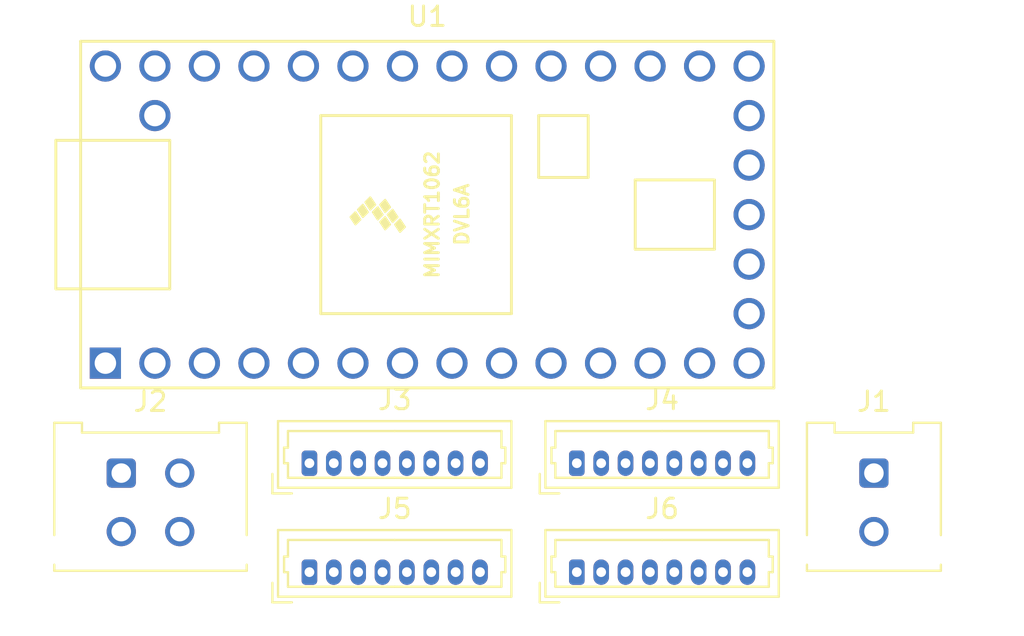
<source format=kicad_pcb>
(kicad_pcb (version 20171130) (host pcbnew "(5.1.6)-1")

  (general
    (thickness 1.6)
    (drawings 0)
    (tracks 0)
    (zones 0)
    (modules 7)
    (nets 73)
  )

  (page A4)
  (layers
    (0 F.Cu signal)
    (31 B.Cu signal)
    (32 B.Adhes user)
    (33 F.Adhes user)
    (34 B.Paste user)
    (35 F.Paste user)
    (36 B.SilkS user)
    (37 F.SilkS user)
    (38 B.Mask user)
    (39 F.Mask user)
    (40 Dwgs.User user)
    (41 Cmts.User user)
    (42 Eco1.User user)
    (43 Eco2.User user)
    (44 Edge.Cuts user)
    (45 Margin user)
    (46 B.CrtYd user)
    (47 F.CrtYd user)
    (48 B.Fab user)
    (49 F.Fab user)
  )

  (setup
    (last_trace_width 0.25)
    (trace_clearance 0.2)
    (zone_clearance 0.508)
    (zone_45_only no)
    (trace_min 0.2)
    (via_size 0.8)
    (via_drill 0.4)
    (via_min_size 0.4)
    (via_min_drill 0.3)
    (uvia_size 0.3)
    (uvia_drill 0.1)
    (uvias_allowed no)
    (uvia_min_size 0.2)
    (uvia_min_drill 0.1)
    (edge_width 0.05)
    (segment_width 0.2)
    (pcb_text_width 0.3)
    (pcb_text_size 1.5 1.5)
    (mod_edge_width 0.12)
    (mod_text_size 1 1)
    (mod_text_width 0.15)
    (pad_size 1.524 1.524)
    (pad_drill 0.762)
    (pad_to_mask_clearance 0.05)
    (aux_axis_origin 0 0)
    (visible_elements FFFFFF7F)
    (pcbplotparams
      (layerselection 0x010fc_ffffffff)
      (usegerberextensions false)
      (usegerberattributes true)
      (usegerberadvancedattributes true)
      (creategerberjobfile true)
      (excludeedgelayer true)
      (linewidth 0.100000)
      (plotframeref false)
      (viasonmask false)
      (mode 1)
      (useauxorigin false)
      (hpglpennumber 1)
      (hpglpenspeed 20)
      (hpglpendiameter 15.000000)
      (psnegative false)
      (psa4output false)
      (plotreference true)
      (plotvalue true)
      (plotinvisibletext false)
      (padsonsilk false)
      (subtractmaskfromsilk false)
      (outputformat 1)
      (mirror false)
      (drillshape 1)
      (scaleselection 1)
      (outputdirectory ""))
  )

  (net 0 "")
  (net 1 "Net-(J1-Pad1)")
  (net 2 "Net-(J1-Pad2)")
  (net 3 "Net-(J2-Pad1)")
  (net 4 "Net-(J2-Pad2)")
  (net 5 "Net-(J3-Pad1)")
  (net 6 "Net-(J3-Pad2)")
  (net 7 "Net-(J3-Pad3)")
  (net 8 "Net-(J3-Pad4)")
  (net 9 "Net-(J4-Pad1)")
  (net 10 "Net-(J4-Pad2)")
  (net 11 "Net-(J4-Pad3)")
  (net 12 "Net-(J4-Pad4)")
  (net 13 "Net-(J4-Pad5)")
  (net 14 "Net-(J4-Pad6)")
  (net 15 "Net-(J4-Pad7)")
  (net 16 "Net-(J4-Pad8)")
  (net 17 "Net-(J5-Pad8)")
  (net 18 "Net-(J5-Pad7)")
  (net 19 "Net-(J5-Pad6)")
  (net 20 "Net-(J5-Pad5)")
  (net 21 "Net-(J5-Pad4)")
  (net 22 "Net-(J5-Pad3)")
  (net 23 "Net-(J5-Pad2)")
  (net 24 "Net-(J5-Pad1)")
  (net 25 "Net-(J6-Pad1)")
  (net 26 "Net-(J6-Pad2)")
  (net 27 "Net-(J6-Pad3)")
  (net 28 "Net-(J6-Pad4)")
  (net 29 "Net-(J6-Pad5)")
  (net 30 "Net-(J6-Pad6)")
  (net 31 "Net-(J6-Pad7)")
  (net 32 "Net-(J6-Pad8)")
  (net 33 "Net-(U1-Pad17)")
  (net 34 "Net-(U1-Pad18)")
  (net 35 "Net-(U1-Pad19)")
  (net 36 "Net-(U1-Pad20)")
  (net 37 "Net-(U1-Pad16)")
  (net 38 "Net-(U1-Pad15)")
  (net 39 "Net-(U1-Pad14)")
  (net 40 /A0)
  (net 41 /A1)
  (net 42 /A2)
  (net 43 /A3)
  (net 44 /A4)
  (net 45 /A5)
  (net 46 /A6)
  (net 47 /A7)
  (net 48 /CTX1)
  (net 49 /CRX1)
  (net 50 "Net-(U1-Pad31)")
  (net 51 /GND)
  (net 52 /5V)
  (net 53 "Net-(U1-Pad34)")
  (net 54 "Net-(U1-Pad13)")
  (net 55 "Net-(U1-Pad12)")
  (net 56 /D7)
  (net 57 /D6)
  (net 58 /D5)
  (net 59 /D4)
  (net 60 /D3)
  (net 61 /D2)
  (net 62 /D1)
  (net 63 /D0)
  (net 64 /CTX2)
  (net 65 /CRX2)
  (net 66 "Net-(U1-Pad1)")
  (net 67 "Net-(J2-Pad3)")
  (net 68 "Net-(J2-Pad4)")
  (net 69 "Net-(J3-Pad8)")
  (net 70 "Net-(J3-Pad7)")
  (net 71 "Net-(J3-Pad6)")
  (net 72 "Net-(J3-Pad5)")

  (net_class Default "This is the default net class."
    (clearance 0.2)
    (trace_width 0.25)
    (via_dia 0.8)
    (via_drill 0.4)
    (uvia_dia 0.3)
    (uvia_drill 0.1)
    (add_net /5V)
    (add_net /A0)
    (add_net /A1)
    (add_net /A2)
    (add_net /A3)
    (add_net /A4)
    (add_net /A5)
    (add_net /A6)
    (add_net /A7)
    (add_net /CRX1)
    (add_net /CRX2)
    (add_net /CTX1)
    (add_net /CTX2)
    (add_net /D0)
    (add_net /D1)
    (add_net /D2)
    (add_net /D3)
    (add_net /D4)
    (add_net /D5)
    (add_net /D6)
    (add_net /D7)
    (add_net /GND)
    (add_net "Net-(J1-Pad1)")
    (add_net "Net-(J1-Pad2)")
    (add_net "Net-(J2-Pad1)")
    (add_net "Net-(J2-Pad2)")
    (add_net "Net-(J2-Pad3)")
    (add_net "Net-(J2-Pad4)")
    (add_net "Net-(J3-Pad1)")
    (add_net "Net-(J3-Pad2)")
    (add_net "Net-(J3-Pad3)")
    (add_net "Net-(J3-Pad4)")
    (add_net "Net-(J3-Pad5)")
    (add_net "Net-(J3-Pad6)")
    (add_net "Net-(J3-Pad7)")
    (add_net "Net-(J3-Pad8)")
    (add_net "Net-(J4-Pad1)")
    (add_net "Net-(J4-Pad2)")
    (add_net "Net-(J4-Pad3)")
    (add_net "Net-(J4-Pad4)")
    (add_net "Net-(J4-Pad5)")
    (add_net "Net-(J4-Pad6)")
    (add_net "Net-(J4-Pad7)")
    (add_net "Net-(J4-Pad8)")
    (add_net "Net-(J5-Pad1)")
    (add_net "Net-(J5-Pad2)")
    (add_net "Net-(J5-Pad3)")
    (add_net "Net-(J5-Pad4)")
    (add_net "Net-(J5-Pad5)")
    (add_net "Net-(J5-Pad6)")
    (add_net "Net-(J5-Pad7)")
    (add_net "Net-(J5-Pad8)")
    (add_net "Net-(J6-Pad1)")
    (add_net "Net-(J6-Pad2)")
    (add_net "Net-(J6-Pad3)")
    (add_net "Net-(J6-Pad4)")
    (add_net "Net-(J6-Pad5)")
    (add_net "Net-(J6-Pad6)")
    (add_net "Net-(J6-Pad7)")
    (add_net "Net-(J6-Pad8)")
    (add_net "Net-(U1-Pad1)")
    (add_net "Net-(U1-Pad12)")
    (add_net "Net-(U1-Pad13)")
    (add_net "Net-(U1-Pad14)")
    (add_net "Net-(U1-Pad15)")
    (add_net "Net-(U1-Pad16)")
    (add_net "Net-(U1-Pad17)")
    (add_net "Net-(U1-Pad18)")
    (add_net "Net-(U1-Pad19)")
    (add_net "Net-(U1-Pad20)")
    (add_net "Net-(U1-Pad31)")
    (add_net "Net-(U1-Pad34)")
  )

  (module Connector_Molex:Molex_PicoBlade_53047-0810_1x08_P1.25mm_Vertical (layer F.Cu) (tedit 5B783167) (tstamp 60C98B16)
    (at 125.984 62.992)
    (descr "Molex PicoBlade Connector System, 53047-0810, 8 Pins per row (http://www.molex.com/pdm_docs/sd/530470610_sd.pdf), generated with kicad-footprint-generator")
    (tags "connector Molex PicoBlade side entry")
    (path /60CA94D5)
    (fp_text reference J6 (at 4.38 -3.25) (layer F.SilkS)
      (effects (font (size 1 1) (thickness 0.15)))
    )
    (fp_text value Conn_01x08_Female (at 4.38 2.35) (layer F.Fab)
      (effects (font (size 1 1) (thickness 0.15)))
    )
    (fp_text user %R (at 4.38 -1.35) (layer F.Fab)
      (effects (font (size 1 1) (thickness 0.15)))
    )
    (fp_line (start -1.5 -2.05) (end -1.5 1.15) (layer F.Fab) (width 0.1))
    (fp_line (start -1.5 1.15) (end 10.25 1.15) (layer F.Fab) (width 0.1))
    (fp_line (start 10.25 1.15) (end 10.25 -2.05) (layer F.Fab) (width 0.1))
    (fp_line (start 10.25 -2.05) (end -1.5 -2.05) (layer F.Fab) (width 0.1))
    (fp_line (start -1.61 -2.16) (end -1.61 1.26) (layer F.SilkS) (width 0.12))
    (fp_line (start -1.61 1.26) (end 10.36 1.26) (layer F.SilkS) (width 0.12))
    (fp_line (start 10.36 1.26) (end 10.36 -2.16) (layer F.SilkS) (width 0.12))
    (fp_line (start 10.36 -2.16) (end -1.61 -2.16) (layer F.SilkS) (width 0.12))
    (fp_line (start 4.375 0.75) (end -1.1 0.75) (layer F.SilkS) (width 0.12))
    (fp_line (start -1.1 0.75) (end -1.1 0) (layer F.SilkS) (width 0.12))
    (fp_line (start -1.1 0) (end -1.3 0) (layer F.SilkS) (width 0.12))
    (fp_line (start -1.3 0) (end -1.3 -0.8) (layer F.SilkS) (width 0.12))
    (fp_line (start -1.3 -0.8) (end -1.1 -0.8) (layer F.SilkS) (width 0.12))
    (fp_line (start -1.1 -0.8) (end -1.1 -1.65) (layer F.SilkS) (width 0.12))
    (fp_line (start -1.1 -1.65) (end 4.375 -1.65) (layer F.SilkS) (width 0.12))
    (fp_line (start 4.375 0.75) (end 9.85 0.75) (layer F.SilkS) (width 0.12))
    (fp_line (start 9.85 0.75) (end 9.85 0) (layer F.SilkS) (width 0.12))
    (fp_line (start 9.85 0) (end 10.05 0) (layer F.SilkS) (width 0.12))
    (fp_line (start 10.05 0) (end 10.05 -0.8) (layer F.SilkS) (width 0.12))
    (fp_line (start 10.05 -0.8) (end 9.85 -0.8) (layer F.SilkS) (width 0.12))
    (fp_line (start 9.85 -0.8) (end 9.85 -1.65) (layer F.SilkS) (width 0.12))
    (fp_line (start 9.85 -1.65) (end 4.375 -1.65) (layer F.SilkS) (width 0.12))
    (fp_line (start -1.9 1.55) (end -1.9 0.55) (layer F.SilkS) (width 0.12))
    (fp_line (start -1.9 1.55) (end -0.9 1.55) (layer F.SilkS) (width 0.12))
    (fp_line (start -0.5 1.15) (end 0 0.442893) (layer F.Fab) (width 0.1))
    (fp_line (start 0 0.442893) (end 0.5 1.15) (layer F.Fab) (width 0.1))
    (fp_line (start -2 -2.55) (end -2 1.65) (layer F.CrtYd) (width 0.05))
    (fp_line (start -2 1.65) (end 10.75 1.65) (layer F.CrtYd) (width 0.05))
    (fp_line (start 10.75 1.65) (end 10.75 -2.55) (layer F.CrtYd) (width 0.05))
    (fp_line (start 10.75 -2.55) (end -2 -2.55) (layer F.CrtYd) (width 0.05))
    (pad 8 thru_hole oval (at 8.75 0) (size 0.8 1.3) (drill 0.5) (layers *.Cu *.Mask)
      (net 32 "Net-(J6-Pad8)"))
    (pad 7 thru_hole oval (at 7.5 0) (size 0.8 1.3) (drill 0.5) (layers *.Cu *.Mask)
      (net 31 "Net-(J6-Pad7)"))
    (pad 6 thru_hole oval (at 6.25 0) (size 0.8 1.3) (drill 0.5) (layers *.Cu *.Mask)
      (net 30 "Net-(J6-Pad6)"))
    (pad 5 thru_hole oval (at 5 0) (size 0.8 1.3) (drill 0.5) (layers *.Cu *.Mask)
      (net 29 "Net-(J6-Pad5)"))
    (pad 4 thru_hole oval (at 3.75 0) (size 0.8 1.3) (drill 0.5) (layers *.Cu *.Mask)
      (net 28 "Net-(J6-Pad4)"))
    (pad 3 thru_hole oval (at 2.5 0) (size 0.8 1.3) (drill 0.5) (layers *.Cu *.Mask)
      (net 27 "Net-(J6-Pad3)"))
    (pad 2 thru_hole oval (at 1.25 0) (size 0.8 1.3) (drill 0.5) (layers *.Cu *.Mask)
      (net 26 "Net-(J6-Pad2)"))
    (pad 1 thru_hole roundrect (at 0 0) (size 0.8 1.3) (drill 0.5) (layers *.Cu *.Mask) (roundrect_rratio 0.25)
      (net 25 "Net-(J6-Pad1)"))
    (model ${KISYS3DMOD}/Connector_Molex.3dshapes/Molex_PicoBlade_53047-0810_1x08_P1.25mm_Vertical.wrl
      (at (xyz 0 0 0))
      (scale (xyz 1 1 1))
      (rotate (xyz 0 0 0))
    )
  )

  (module Connector_Molex:Molex_PicoBlade_53047-0810_1x08_P1.25mm_Vertical (layer F.Cu) (tedit 5B783167) (tstamp 60C97946)
    (at 112.268 62.992)
    (descr "Molex PicoBlade Connector System, 53047-0810, 8 Pins per row (http://www.molex.com/pdm_docs/sd/530470610_sd.pdf), generated with kicad-footprint-generator")
    (tags "connector Molex PicoBlade side entry")
    (path /60CA282F)
    (fp_text reference J5 (at 4.38 -3.25) (layer F.SilkS)
      (effects (font (size 1 1) (thickness 0.15)))
    )
    (fp_text value Conn_01x08_Female (at 4.38 2.35) (layer F.Fab)
      (effects (font (size 1 1) (thickness 0.15)))
    )
    (fp_text user %R (at 4.38 -1.35) (layer F.Fab)
      (effects (font (size 1 1) (thickness 0.15)))
    )
    (fp_line (start -1.5 -2.05) (end -1.5 1.15) (layer F.Fab) (width 0.1))
    (fp_line (start -1.5 1.15) (end 10.25 1.15) (layer F.Fab) (width 0.1))
    (fp_line (start 10.25 1.15) (end 10.25 -2.05) (layer F.Fab) (width 0.1))
    (fp_line (start 10.25 -2.05) (end -1.5 -2.05) (layer F.Fab) (width 0.1))
    (fp_line (start -1.61 -2.16) (end -1.61 1.26) (layer F.SilkS) (width 0.12))
    (fp_line (start -1.61 1.26) (end 10.36 1.26) (layer F.SilkS) (width 0.12))
    (fp_line (start 10.36 1.26) (end 10.36 -2.16) (layer F.SilkS) (width 0.12))
    (fp_line (start 10.36 -2.16) (end -1.61 -2.16) (layer F.SilkS) (width 0.12))
    (fp_line (start 4.375 0.75) (end -1.1 0.75) (layer F.SilkS) (width 0.12))
    (fp_line (start -1.1 0.75) (end -1.1 0) (layer F.SilkS) (width 0.12))
    (fp_line (start -1.1 0) (end -1.3 0) (layer F.SilkS) (width 0.12))
    (fp_line (start -1.3 0) (end -1.3 -0.8) (layer F.SilkS) (width 0.12))
    (fp_line (start -1.3 -0.8) (end -1.1 -0.8) (layer F.SilkS) (width 0.12))
    (fp_line (start -1.1 -0.8) (end -1.1 -1.65) (layer F.SilkS) (width 0.12))
    (fp_line (start -1.1 -1.65) (end 4.375 -1.65) (layer F.SilkS) (width 0.12))
    (fp_line (start 4.375 0.75) (end 9.85 0.75) (layer F.SilkS) (width 0.12))
    (fp_line (start 9.85 0.75) (end 9.85 0) (layer F.SilkS) (width 0.12))
    (fp_line (start 9.85 0) (end 10.05 0) (layer F.SilkS) (width 0.12))
    (fp_line (start 10.05 0) (end 10.05 -0.8) (layer F.SilkS) (width 0.12))
    (fp_line (start 10.05 -0.8) (end 9.85 -0.8) (layer F.SilkS) (width 0.12))
    (fp_line (start 9.85 -0.8) (end 9.85 -1.65) (layer F.SilkS) (width 0.12))
    (fp_line (start 9.85 -1.65) (end 4.375 -1.65) (layer F.SilkS) (width 0.12))
    (fp_line (start -1.9 1.55) (end -1.9 0.55) (layer F.SilkS) (width 0.12))
    (fp_line (start -1.9 1.55) (end -0.9 1.55) (layer F.SilkS) (width 0.12))
    (fp_line (start -0.5 1.15) (end 0 0.442893) (layer F.Fab) (width 0.1))
    (fp_line (start 0 0.442893) (end 0.5 1.15) (layer F.Fab) (width 0.1))
    (fp_line (start -2 -2.55) (end -2 1.65) (layer F.CrtYd) (width 0.05))
    (fp_line (start -2 1.65) (end 10.75 1.65) (layer F.CrtYd) (width 0.05))
    (fp_line (start 10.75 1.65) (end 10.75 -2.55) (layer F.CrtYd) (width 0.05))
    (fp_line (start 10.75 -2.55) (end -2 -2.55) (layer F.CrtYd) (width 0.05))
    (pad 8 thru_hole oval (at 8.75 0) (size 0.8 1.3) (drill 0.5) (layers *.Cu *.Mask)
      (net 17 "Net-(J5-Pad8)"))
    (pad 7 thru_hole oval (at 7.5 0) (size 0.8 1.3) (drill 0.5) (layers *.Cu *.Mask)
      (net 18 "Net-(J5-Pad7)"))
    (pad 6 thru_hole oval (at 6.25 0) (size 0.8 1.3) (drill 0.5) (layers *.Cu *.Mask)
      (net 19 "Net-(J5-Pad6)"))
    (pad 5 thru_hole oval (at 5 0) (size 0.8 1.3) (drill 0.5) (layers *.Cu *.Mask)
      (net 20 "Net-(J5-Pad5)"))
    (pad 4 thru_hole oval (at 3.75 0) (size 0.8 1.3) (drill 0.5) (layers *.Cu *.Mask)
      (net 21 "Net-(J5-Pad4)"))
    (pad 3 thru_hole oval (at 2.5 0) (size 0.8 1.3) (drill 0.5) (layers *.Cu *.Mask)
      (net 22 "Net-(J5-Pad3)"))
    (pad 2 thru_hole oval (at 1.25 0) (size 0.8 1.3) (drill 0.5) (layers *.Cu *.Mask)
      (net 23 "Net-(J5-Pad2)"))
    (pad 1 thru_hole roundrect (at 0 0) (size 0.8 1.3) (drill 0.5) (layers *.Cu *.Mask) (roundrect_rratio 0.25)
      (net 24 "Net-(J5-Pad1)"))
    (model ${KISYS3DMOD}/Connector_Molex.3dshapes/Molex_PicoBlade_53047-0810_1x08_P1.25mm_Vertical.wrl
      (at (xyz 0 0 0))
      (scale (xyz 1 1 1))
      (rotate (xyz 0 0 0))
    )
  )

  (module Connector_Molex:Molex_PicoBlade_53047-0810_1x08_P1.25mm_Vertical (layer F.Cu) (tedit 5B783167) (tstamp 60C9791A)
    (at 125.984 57.404)
    (descr "Molex PicoBlade Connector System, 53047-0810, 8 Pins per row (http://www.molex.com/pdm_docs/sd/530470610_sd.pdf), generated with kicad-footprint-generator")
    (tags "connector Molex PicoBlade side entry")
    (path /60CA1B8E)
    (fp_text reference J4 (at 4.38 -3.25) (layer F.SilkS)
      (effects (font (size 1 1) (thickness 0.15)))
    )
    (fp_text value Conn_01x08_Female (at 4.38 2.35) (layer F.Fab)
      (effects (font (size 1 1) (thickness 0.15)))
    )
    (fp_text user %R (at 4.38 -1.35) (layer F.Fab)
      (effects (font (size 1 1) (thickness 0.15)))
    )
    (fp_line (start -1.5 -2.05) (end -1.5 1.15) (layer F.Fab) (width 0.1))
    (fp_line (start -1.5 1.15) (end 10.25 1.15) (layer F.Fab) (width 0.1))
    (fp_line (start 10.25 1.15) (end 10.25 -2.05) (layer F.Fab) (width 0.1))
    (fp_line (start 10.25 -2.05) (end -1.5 -2.05) (layer F.Fab) (width 0.1))
    (fp_line (start -1.61 -2.16) (end -1.61 1.26) (layer F.SilkS) (width 0.12))
    (fp_line (start -1.61 1.26) (end 10.36 1.26) (layer F.SilkS) (width 0.12))
    (fp_line (start 10.36 1.26) (end 10.36 -2.16) (layer F.SilkS) (width 0.12))
    (fp_line (start 10.36 -2.16) (end -1.61 -2.16) (layer F.SilkS) (width 0.12))
    (fp_line (start 4.375 0.75) (end -1.1 0.75) (layer F.SilkS) (width 0.12))
    (fp_line (start -1.1 0.75) (end -1.1 0) (layer F.SilkS) (width 0.12))
    (fp_line (start -1.1 0) (end -1.3 0) (layer F.SilkS) (width 0.12))
    (fp_line (start -1.3 0) (end -1.3 -0.8) (layer F.SilkS) (width 0.12))
    (fp_line (start -1.3 -0.8) (end -1.1 -0.8) (layer F.SilkS) (width 0.12))
    (fp_line (start -1.1 -0.8) (end -1.1 -1.65) (layer F.SilkS) (width 0.12))
    (fp_line (start -1.1 -1.65) (end 4.375 -1.65) (layer F.SilkS) (width 0.12))
    (fp_line (start 4.375 0.75) (end 9.85 0.75) (layer F.SilkS) (width 0.12))
    (fp_line (start 9.85 0.75) (end 9.85 0) (layer F.SilkS) (width 0.12))
    (fp_line (start 9.85 0) (end 10.05 0) (layer F.SilkS) (width 0.12))
    (fp_line (start 10.05 0) (end 10.05 -0.8) (layer F.SilkS) (width 0.12))
    (fp_line (start 10.05 -0.8) (end 9.85 -0.8) (layer F.SilkS) (width 0.12))
    (fp_line (start 9.85 -0.8) (end 9.85 -1.65) (layer F.SilkS) (width 0.12))
    (fp_line (start 9.85 -1.65) (end 4.375 -1.65) (layer F.SilkS) (width 0.12))
    (fp_line (start -1.9 1.55) (end -1.9 0.55) (layer F.SilkS) (width 0.12))
    (fp_line (start -1.9 1.55) (end -0.9 1.55) (layer F.SilkS) (width 0.12))
    (fp_line (start -0.5 1.15) (end 0 0.442893) (layer F.Fab) (width 0.1))
    (fp_line (start 0 0.442893) (end 0.5 1.15) (layer F.Fab) (width 0.1))
    (fp_line (start -2 -2.55) (end -2 1.65) (layer F.CrtYd) (width 0.05))
    (fp_line (start -2 1.65) (end 10.75 1.65) (layer F.CrtYd) (width 0.05))
    (fp_line (start 10.75 1.65) (end 10.75 -2.55) (layer F.CrtYd) (width 0.05))
    (fp_line (start 10.75 -2.55) (end -2 -2.55) (layer F.CrtYd) (width 0.05))
    (pad 8 thru_hole oval (at 8.75 0) (size 0.8 1.3) (drill 0.5) (layers *.Cu *.Mask)
      (net 16 "Net-(J4-Pad8)"))
    (pad 7 thru_hole oval (at 7.5 0) (size 0.8 1.3) (drill 0.5) (layers *.Cu *.Mask)
      (net 15 "Net-(J4-Pad7)"))
    (pad 6 thru_hole oval (at 6.25 0) (size 0.8 1.3) (drill 0.5) (layers *.Cu *.Mask)
      (net 14 "Net-(J4-Pad6)"))
    (pad 5 thru_hole oval (at 5 0) (size 0.8 1.3) (drill 0.5) (layers *.Cu *.Mask)
      (net 13 "Net-(J4-Pad5)"))
    (pad 4 thru_hole oval (at 3.75 0) (size 0.8 1.3) (drill 0.5) (layers *.Cu *.Mask)
      (net 12 "Net-(J4-Pad4)"))
    (pad 3 thru_hole oval (at 2.5 0) (size 0.8 1.3) (drill 0.5) (layers *.Cu *.Mask)
      (net 11 "Net-(J4-Pad3)"))
    (pad 2 thru_hole oval (at 1.25 0) (size 0.8 1.3) (drill 0.5) (layers *.Cu *.Mask)
      (net 10 "Net-(J4-Pad2)"))
    (pad 1 thru_hole roundrect (at 0 0) (size 0.8 1.3) (drill 0.5) (layers *.Cu *.Mask) (roundrect_rratio 0.25)
      (net 9 "Net-(J4-Pad1)"))
    (model ${KISYS3DMOD}/Connector_Molex.3dshapes/Molex_PicoBlade_53047-0810_1x08_P1.25mm_Vertical.wrl
      (at (xyz 0 0 0))
      (scale (xyz 1 1 1))
      (rotate (xyz 0 0 0))
    )
  )

  (module Connector_Molex:Molex_PicoBlade_53047-0810_1x08_P1.25mm_Vertical (layer F.Cu) (tedit 5B783167) (tstamp 60C978EE)
    (at 112.268 57.404)
    (descr "Molex PicoBlade Connector System, 53047-0810, 8 Pins per row (http://www.molex.com/pdm_docs/sd/530470610_sd.pdf), generated with kicad-footprint-generator")
    (tags "connector Molex PicoBlade side entry")
    (path /60CA14C7)
    (fp_text reference J3 (at 4.38 -3.25) (layer F.SilkS)
      (effects (font (size 1 1) (thickness 0.15)))
    )
    (fp_text value Conn_01x08_Female (at 4.38 2.35) (layer F.Fab)
      (effects (font (size 1 1) (thickness 0.15)))
    )
    (fp_text user %R (at 4.38 -1.35) (layer F.Fab)
      (effects (font (size 1 1) (thickness 0.15)))
    )
    (fp_line (start -1.5 -2.05) (end -1.5 1.15) (layer F.Fab) (width 0.1))
    (fp_line (start -1.5 1.15) (end 10.25 1.15) (layer F.Fab) (width 0.1))
    (fp_line (start 10.25 1.15) (end 10.25 -2.05) (layer F.Fab) (width 0.1))
    (fp_line (start 10.25 -2.05) (end -1.5 -2.05) (layer F.Fab) (width 0.1))
    (fp_line (start -1.61 -2.16) (end -1.61 1.26) (layer F.SilkS) (width 0.12))
    (fp_line (start -1.61 1.26) (end 10.36 1.26) (layer F.SilkS) (width 0.12))
    (fp_line (start 10.36 1.26) (end 10.36 -2.16) (layer F.SilkS) (width 0.12))
    (fp_line (start 10.36 -2.16) (end -1.61 -2.16) (layer F.SilkS) (width 0.12))
    (fp_line (start 4.375 0.75) (end -1.1 0.75) (layer F.SilkS) (width 0.12))
    (fp_line (start -1.1 0.75) (end -1.1 0) (layer F.SilkS) (width 0.12))
    (fp_line (start -1.1 0) (end -1.3 0) (layer F.SilkS) (width 0.12))
    (fp_line (start -1.3 0) (end -1.3 -0.8) (layer F.SilkS) (width 0.12))
    (fp_line (start -1.3 -0.8) (end -1.1 -0.8) (layer F.SilkS) (width 0.12))
    (fp_line (start -1.1 -0.8) (end -1.1 -1.65) (layer F.SilkS) (width 0.12))
    (fp_line (start -1.1 -1.65) (end 4.375 -1.65) (layer F.SilkS) (width 0.12))
    (fp_line (start 4.375 0.75) (end 9.85 0.75) (layer F.SilkS) (width 0.12))
    (fp_line (start 9.85 0.75) (end 9.85 0) (layer F.SilkS) (width 0.12))
    (fp_line (start 9.85 0) (end 10.05 0) (layer F.SilkS) (width 0.12))
    (fp_line (start 10.05 0) (end 10.05 -0.8) (layer F.SilkS) (width 0.12))
    (fp_line (start 10.05 -0.8) (end 9.85 -0.8) (layer F.SilkS) (width 0.12))
    (fp_line (start 9.85 -0.8) (end 9.85 -1.65) (layer F.SilkS) (width 0.12))
    (fp_line (start 9.85 -1.65) (end 4.375 -1.65) (layer F.SilkS) (width 0.12))
    (fp_line (start -1.9 1.55) (end -1.9 0.55) (layer F.SilkS) (width 0.12))
    (fp_line (start -1.9 1.55) (end -0.9 1.55) (layer F.SilkS) (width 0.12))
    (fp_line (start -0.5 1.15) (end 0 0.442893) (layer F.Fab) (width 0.1))
    (fp_line (start 0 0.442893) (end 0.5 1.15) (layer F.Fab) (width 0.1))
    (fp_line (start -2 -2.55) (end -2 1.65) (layer F.CrtYd) (width 0.05))
    (fp_line (start -2 1.65) (end 10.75 1.65) (layer F.CrtYd) (width 0.05))
    (fp_line (start 10.75 1.65) (end 10.75 -2.55) (layer F.CrtYd) (width 0.05))
    (fp_line (start 10.75 -2.55) (end -2 -2.55) (layer F.CrtYd) (width 0.05))
    (pad 8 thru_hole oval (at 8.75 0) (size 0.8 1.3) (drill 0.5) (layers *.Cu *.Mask)
      (net 69 "Net-(J3-Pad8)"))
    (pad 7 thru_hole oval (at 7.5 0) (size 0.8 1.3) (drill 0.5) (layers *.Cu *.Mask)
      (net 70 "Net-(J3-Pad7)"))
    (pad 6 thru_hole oval (at 6.25 0) (size 0.8 1.3) (drill 0.5) (layers *.Cu *.Mask)
      (net 71 "Net-(J3-Pad6)"))
    (pad 5 thru_hole oval (at 5 0) (size 0.8 1.3) (drill 0.5) (layers *.Cu *.Mask)
      (net 72 "Net-(J3-Pad5)"))
    (pad 4 thru_hole oval (at 3.75 0) (size 0.8 1.3) (drill 0.5) (layers *.Cu *.Mask)
      (net 8 "Net-(J3-Pad4)"))
    (pad 3 thru_hole oval (at 2.5 0) (size 0.8 1.3) (drill 0.5) (layers *.Cu *.Mask)
      (net 7 "Net-(J3-Pad3)"))
    (pad 2 thru_hole oval (at 1.25 0) (size 0.8 1.3) (drill 0.5) (layers *.Cu *.Mask)
      (net 6 "Net-(J3-Pad2)"))
    (pad 1 thru_hole roundrect (at 0 0) (size 0.8 1.3) (drill 0.5) (layers *.Cu *.Mask) (roundrect_rratio 0.25)
      (net 5 "Net-(J3-Pad1)"))
    (model ${KISYS3DMOD}/Connector_Molex.3dshapes/Molex_PicoBlade_53047-0810_1x08_P1.25mm_Vertical.wrl
      (at (xyz 0 0 0))
      (scale (xyz 1 1 1))
      (rotate (xyz 0 0 0))
    )
  )

  (module Connector_Molex:Molex_Micro-Fit_3.0_43045-0212_2x01_P3.00mm_Vertical (layer F.Cu) (tedit 5B78138F) (tstamp 60C9789A)
    (at 141.224 57.912)
    (descr "Molex Micro-Fit 3.0 Connector System, 43045-0212 (compatible alternatives: 43045-0213, 43045-0224), 1 Pins per row (http://www.molex.com/pdm_docs/sd/430450212_sd.pdf), generated with kicad-footprint-generator")
    (tags "connector Molex Micro-Fit_3.0 side entry")
    (path /60C9F900)
    (fp_text reference J1 (at 0 -3.67) (layer F.SilkS)
      (effects (font (size 1 1) (thickness 0.15)))
    )
    (fp_text value Conn_01x02_Female (at 0 7.5) (layer F.Fab)
      (effects (font (size 1 1) (thickness 0.15)))
    )
    (fp_line (start -3.82 6.8) (end -3.82 -2.97) (layer F.CrtYd) (width 0.05))
    (fp_line (start 3.82 6.8) (end -3.82 6.8) (layer F.CrtYd) (width 0.05))
    (fp_line (start 3.82 -2.97) (end 3.82 6.8) (layer F.CrtYd) (width 0.05))
    (fp_line (start -3.82 -2.97) (end 3.82 -2.97) (layer F.CrtYd) (width 0.05))
    (fp_line (start 3.435 -2.58) (end 3.435 3.18) (layer F.SilkS) (width 0.12))
    (fp_line (start 2.015 -2.58) (end 3.435 -2.58) (layer F.SilkS) (width 0.12))
    (fp_line (start 2.015 -2.08) (end 2.015 -2.58) (layer F.SilkS) (width 0.12))
    (fp_line (start -2.015 -2.08) (end 2.015 -2.08) (layer F.SilkS) (width 0.12))
    (fp_line (start -2.015 -2.58) (end -2.015 -2.08) (layer F.SilkS) (width 0.12))
    (fp_line (start -3.435 -2.58) (end -2.015 -2.58) (layer F.SilkS) (width 0.12))
    (fp_line (start -3.435 3.18) (end -3.435 -2.58) (layer F.SilkS) (width 0.12))
    (fp_line (start 3.435 5.01) (end 3.435 4.7) (layer F.SilkS) (width 0.12))
    (fp_line (start -3.435 5.01) (end 3.435 5.01) (layer F.SilkS) (width 0.12))
    (fp_line (start -3.435 4.7) (end -3.435 5.01) (layer F.SilkS) (width 0.12))
    (fp_line (start 0 -1.262893) (end 0.5 -1.97) (layer F.Fab) (width 0.1))
    (fp_line (start -0.5 -1.97) (end 0 -1.262893) (layer F.Fab) (width 0.1))
    (fp_line (start 0.7 6.3) (end 0.7 4.9) (layer F.Fab) (width 0.1))
    (fp_line (start -0.7 6.3) (end 0.7 6.3) (layer F.Fab) (width 0.1))
    (fp_line (start -0.7 4.9) (end -0.7 6.3) (layer F.Fab) (width 0.1))
    (fp_line (start 3.325 -1.34) (end 2.125 -1.97) (layer F.Fab) (width 0.1))
    (fp_line (start -3.325 -1.34) (end -2.125 -1.97) (layer F.Fab) (width 0.1))
    (fp_line (start 2.125 -1.97) (end -2.125 -1.97) (layer F.Fab) (width 0.1))
    (fp_line (start 2.125 -2.47) (end 2.125 -1.97) (layer F.Fab) (width 0.1))
    (fp_line (start 3.325 -2.47) (end 2.125 -2.47) (layer F.Fab) (width 0.1))
    (fp_line (start 3.325 4.9) (end 3.325 -2.47) (layer F.Fab) (width 0.1))
    (fp_line (start -3.325 4.9) (end 3.325 4.9) (layer F.Fab) (width 0.1))
    (fp_line (start -3.325 -2.47) (end -3.325 4.9) (layer F.Fab) (width 0.1))
    (fp_line (start -2.125 -2.47) (end -3.325 -2.47) (layer F.Fab) (width 0.1))
    (fp_line (start -2.125 -1.97) (end -2.125 -2.47) (layer F.Fab) (width 0.1))
    (fp_text user %R (at 0 4.2) (layer F.Fab)
      (effects (font (size 1 1) (thickness 0.15)))
    )
    (pad "" np_thru_hole circle (at -3 3.94) (size 1 1) (drill 1) (layers *.Cu *.Mask))
    (pad "" np_thru_hole circle (at 3 3.94) (size 1 1) (drill 1) (layers *.Cu *.Mask))
    (pad 1 thru_hole roundrect (at 0 0) (size 1.5 1.5) (drill 1) (layers *.Cu *.Mask) (roundrect_rratio 0.166667)
      (net 1 "Net-(J1-Pad1)"))
    (pad 2 thru_hole circle (at 0 3) (size 1.5 1.5) (drill 1) (layers *.Cu *.Mask)
      (net 2 "Net-(J1-Pad2)"))
    (model ${KISYS3DMOD}/Connector_Molex.3dshapes/Molex_Micro-Fit_3.0_43045-0212_2x01_P3.00mm_Vertical.wrl
      (at (xyz 0 0 0))
      (scale (xyz 1 1 1))
      (rotate (xyz 0 0 0))
    )
  )

  (module Connector_Molex:Molex_Micro-Fit_3.0_43045-0412_2x02_P3.00mm_Vertical (layer F.Cu) (tedit 5B78138F) (tstamp 60C978C2)
    (at 102.616 57.912)
    (descr "Molex Micro-Fit 3.0 Connector System, 43045-0412 (compatible alternatives: 43045-0413, 43045-0424), 2 Pins per row (http://www.molex.com/pdm_docs/sd/430450212_sd.pdf), generated with kicad-footprint-generator")
    (tags "connector Molex Micro-Fit_3.0 side entry")
    (path /60CA0B1B)
    (fp_text reference J2 (at 1.5 -3.67) (layer F.SilkS)
      (effects (font (size 1 1) (thickness 0.15)))
    )
    (fp_text value Conn_01x04_Female (at 1.5 7.5) (layer F.Fab)
      (effects (font (size 1 1) (thickness 0.15)))
    )
    (fp_line (start -3.82 6.8) (end -3.82 -2.97) (layer F.CrtYd) (width 0.05))
    (fp_line (start 6.82 6.8) (end -3.82 6.8) (layer F.CrtYd) (width 0.05))
    (fp_line (start 6.82 -2.97) (end 6.82 6.8) (layer F.CrtYd) (width 0.05))
    (fp_line (start -3.82 -2.97) (end 6.82 -2.97) (layer F.CrtYd) (width 0.05))
    (fp_line (start 6.435 -2.58) (end 6.435 3.18) (layer F.SilkS) (width 0.12))
    (fp_line (start 5.015 -2.58) (end 6.435 -2.58) (layer F.SilkS) (width 0.12))
    (fp_line (start 5.015 -2.08) (end 5.015 -2.58) (layer F.SilkS) (width 0.12))
    (fp_line (start -2.015 -2.08) (end 5.015 -2.08) (layer F.SilkS) (width 0.12))
    (fp_line (start -2.015 -2.58) (end -2.015 -2.08) (layer F.SilkS) (width 0.12))
    (fp_line (start -3.435 -2.58) (end -2.015 -2.58) (layer F.SilkS) (width 0.12))
    (fp_line (start -3.435 3.18) (end -3.435 -2.58) (layer F.SilkS) (width 0.12))
    (fp_line (start 6.435 5.01) (end 6.435 4.7) (layer F.SilkS) (width 0.12))
    (fp_line (start -3.435 5.01) (end 6.435 5.01) (layer F.SilkS) (width 0.12))
    (fp_line (start -3.435 4.7) (end -3.435 5.01) (layer F.SilkS) (width 0.12))
    (fp_line (start 0 -1.262893) (end 0.5 -1.97) (layer F.Fab) (width 0.1))
    (fp_line (start -0.5 -1.97) (end 0 -1.262893) (layer F.Fab) (width 0.1))
    (fp_line (start 2.2 6.3) (end 2.2 4.9) (layer F.Fab) (width 0.1))
    (fp_line (start 0.8 6.3) (end 2.2 6.3) (layer F.Fab) (width 0.1))
    (fp_line (start 0.8 4.9) (end 0.8 6.3) (layer F.Fab) (width 0.1))
    (fp_line (start 6.325 -1.34) (end 5.125 -1.97) (layer F.Fab) (width 0.1))
    (fp_line (start -3.325 -1.34) (end -2.125 -1.97) (layer F.Fab) (width 0.1))
    (fp_line (start 5.125 -1.97) (end -2.125 -1.97) (layer F.Fab) (width 0.1))
    (fp_line (start 5.125 -2.47) (end 5.125 -1.97) (layer F.Fab) (width 0.1))
    (fp_line (start 6.325 -2.47) (end 5.125 -2.47) (layer F.Fab) (width 0.1))
    (fp_line (start 6.325 4.9) (end 6.325 -2.47) (layer F.Fab) (width 0.1))
    (fp_line (start -3.325 4.9) (end 6.325 4.9) (layer F.Fab) (width 0.1))
    (fp_line (start -3.325 -2.47) (end -3.325 4.9) (layer F.Fab) (width 0.1))
    (fp_line (start -2.125 -2.47) (end -3.325 -2.47) (layer F.Fab) (width 0.1))
    (fp_line (start -2.125 -1.97) (end -2.125 -2.47) (layer F.Fab) (width 0.1))
    (fp_text user %R (at 1.5 4.2) (layer F.Fab)
      (effects (font (size 1 1) (thickness 0.15)))
    )
    (pad "" np_thru_hole circle (at -3 3.94) (size 1 1) (drill 1) (layers *.Cu *.Mask))
    (pad "" np_thru_hole circle (at 6 3.94) (size 1 1) (drill 1) (layers *.Cu *.Mask))
    (pad 1 thru_hole roundrect (at 0 0) (size 1.5 1.5) (drill 1) (layers *.Cu *.Mask) (roundrect_rratio 0.166667)
      (net 3 "Net-(J2-Pad1)"))
    (pad 2 thru_hole circle (at 3 0) (size 1.5 1.5) (drill 1) (layers *.Cu *.Mask)
      (net 4 "Net-(J2-Pad2)"))
    (pad 3 thru_hole circle (at 0 3) (size 1.5 1.5) (drill 1) (layers *.Cu *.Mask)
      (net 67 "Net-(J2-Pad3)"))
    (pad 4 thru_hole circle (at 3 3) (size 1.5 1.5) (drill 1) (layers *.Cu *.Mask)
      (net 68 "Net-(J2-Pad4)"))
    (model ${KISYS3DMOD}/Connector_Molex.3dshapes/Molex_Micro-Fit_3.0_43045-0412_2x02_P3.00mm_Vertical.wrl
      (at (xyz 0 0 0))
      (scale (xyz 1 1 1))
      (rotate (xyz 0 0 0))
    )
  )

  (module teensy:Teensy40 (layer F.Cu) (tedit 5E1D18A5) (tstamp 60C9798C)
    (at 118.312001 44.652001)
    (path /60C939A4)
    (fp_text reference U1 (at 0 -10.16) (layer F.SilkS)
      (effects (font (size 1 1) (thickness 0.15)))
    )
    (fp_text value Teensy4.0 (at 0 10.16) (layer F.Fab)
      (effects (font (size 1 1) (thickness 0.15)))
    )
    (fp_poly (pts (xy -3.937 0.127) (xy -3.683 -0.127) (xy -3.429 0.254) (xy -3.683 0.508)) (layer F.SilkS) (width 0.1))
    (fp_poly (pts (xy -3.556 -0.254) (xy -3.302 -0.508) (xy -3.048 -0.127) (xy -3.302 0.127)) (layer F.SilkS) (width 0.1))
    (fp_poly (pts (xy -1.651 0.508) (xy -1.397 0.254) (xy -1.143 0.635) (xy -1.397 0.889)) (layer F.SilkS) (width 0.1))
    (fp_poly (pts (xy -2.032 0) (xy -1.778 -0.254) (xy -1.524 0.127) (xy -1.778 0.381)) (layer F.SilkS) (width 0.1))
    (fp_poly (pts (xy -2.413 -0.508) (xy -2.159 -0.762) (xy -1.905 -0.381) (xy -2.159 -0.127)) (layer F.SilkS) (width 0.1))
    (fp_poly (pts (xy -2.413 0.381) (xy -2.159 0.127) (xy -1.905 0.508) (xy -2.159 0.762)) (layer F.SilkS) (width 0.1))
    (fp_poly (pts (xy -2.794 -0.127) (xy -2.54 -0.381) (xy -2.286 0) (xy -2.54 0.254)) (layer F.SilkS) (width 0.1))
    (fp_poly (pts (xy -3.175 -0.635) (xy -2.921 -0.889) (xy -2.667 -0.508) (xy -2.921 -0.254)) (layer F.SilkS) (width 0.1))
    (fp_line (start 5.715 -1.905) (end 5.715 -5.08) (layer F.SilkS) (width 0.15))
    (fp_line (start 8.255 -1.905) (end 5.715 -1.905) (layer F.SilkS) (width 0.15))
    (fp_line (start 8.255 -5.08) (end 8.255 -1.905) (layer F.SilkS) (width 0.15))
    (fp_line (start 5.715 -5.08) (end 8.255 -5.08) (layer F.SilkS) (width 0.15))
    (fp_line (start -17.78 8.89) (end -17.78 -8.89) (layer F.SilkS) (width 0.15))
    (fp_line (start 17.78 8.89) (end -17.78 8.89) (layer F.SilkS) (width 0.15))
    (fp_line (start 17.78 -8.89) (end 17.78 8.89) (layer F.SilkS) (width 0.15))
    (fp_line (start -17.78 -8.89) (end 17.78 -8.89) (layer F.SilkS) (width 0.15))
    (fp_line (start 4.318 5.08) (end -5.461 5.08) (layer F.SilkS) (width 0.15))
    (fp_line (start 4.318 -5.08) (end -5.461 -5.08) (layer F.SilkS) (width 0.15))
    (fp_line (start -5.461 -5.08) (end -5.461 5.08) (layer F.SilkS) (width 0.15))
    (fp_line (start 4.318 5.08) (end 4.318 -5.08) (layer F.SilkS) (width 0.15))
    (fp_line (start 10.668 -1.778) (end 14.732 -1.778) (layer F.SilkS) (width 0.15))
    (fp_line (start 10.668 1.778) (end 10.668 -1.778) (layer F.SilkS) (width 0.15))
    (fp_line (start 14.732 1.778) (end 10.668 1.778) (layer F.SilkS) (width 0.15))
    (fp_line (start 14.732 -1.778) (end 14.732 1.778) (layer F.SilkS) (width 0.15))
    (fp_line (start -13.208 3.81) (end -17.78 3.81) (layer F.SilkS) (width 0.15))
    (fp_line (start -13.208 -3.81) (end -17.78 -3.81) (layer F.SilkS) (width 0.15))
    (fp_line (start -13.208 3.81) (end -13.208 -3.81) (layer F.SilkS) (width 0.15))
    (fp_line (start -19.05 -3.81) (end -17.78 -3.81) (layer F.SilkS) (width 0.15))
    (fp_line (start -19.05 3.81) (end -19.05 -3.81) (layer F.SilkS) (width 0.15))
    (fp_line (start -17.78 3.81) (end -19.05 3.81) (layer F.SilkS) (width 0.15))
    (fp_text user MIMXRT1062 (at 0.254 0 90) (layer F.SilkS)
      (effects (font (size 0.7 0.7) (thickness 0.15)))
    )
    (fp_text user DVL6A (at 1.778 0 90) (layer F.SilkS)
      (effects (font (size 0.7 0.7) (thickness 0.15)))
    )
    (pad 17 thru_hole circle (at 16.51 0) (size 1.6 1.6) (drill 1.1) (layers *.Cu *.Mask)
      (net 33 "Net-(U1-Pad17)"))
    (pad 18 thru_hole circle (at 16.51 -2.54) (size 1.6 1.6) (drill 1.1) (layers *.Cu *.Mask)
      (net 34 "Net-(U1-Pad18)"))
    (pad 19 thru_hole circle (at 16.51 -5.08) (size 1.6 1.6) (drill 1.1) (layers *.Cu *.Mask)
      (net 35 "Net-(U1-Pad19)"))
    (pad 20 thru_hole circle (at 16.51 -7.62) (size 1.6 1.6) (drill 1.1) (layers *.Cu *.Mask)
      (net 36 "Net-(U1-Pad20)"))
    (pad 16 thru_hole circle (at 16.51 2.54) (size 1.6 1.6) (drill 1.1) (layers *.Cu *.Mask)
      (net 37 "Net-(U1-Pad16)"))
    (pad 15 thru_hole circle (at 16.51 5.08) (size 1.6 1.6) (drill 1.1) (layers *.Cu *.Mask)
      (net 38 "Net-(U1-Pad15)"))
    (pad 14 thru_hole circle (at 16.51 7.62) (size 1.6 1.6) (drill 1.1) (layers *.Cu *.Mask)
      (net 39 "Net-(U1-Pad14)"))
    (pad 21 thru_hole circle (at 13.97 -7.62) (size 1.6 1.6) (drill 1.1) (layers *.Cu *.Mask)
      (net 40 /A0))
    (pad 22 thru_hole circle (at 11.43 -7.62) (size 1.6 1.6) (drill 1.1) (layers *.Cu *.Mask)
      (net 41 /A1))
    (pad 23 thru_hole circle (at 8.89 -7.62) (size 1.6 1.6) (drill 1.1) (layers *.Cu *.Mask)
      (net 42 /A2))
    (pad 24 thru_hole circle (at 6.35 -7.62) (size 1.6 1.6) (drill 1.1) (layers *.Cu *.Mask)
      (net 43 /A3))
    (pad 25 thru_hole circle (at 3.81 -7.62) (size 1.6 1.6) (drill 1.1) (layers *.Cu *.Mask)
      (net 44 /A4))
    (pad 26 thru_hole circle (at 1.27 -7.62) (size 1.6 1.6) (drill 1.1) (layers *.Cu *.Mask)
      (net 45 /A5))
    (pad 27 thru_hole circle (at -1.27 -7.62) (size 1.6 1.6) (drill 1.1) (layers *.Cu *.Mask)
      (net 46 /A6))
    (pad 28 thru_hole circle (at -3.81 -7.62) (size 1.6 1.6) (drill 1.1) (layers *.Cu *.Mask)
      (net 47 /A7))
    (pad 29 thru_hole circle (at -6.35 -7.62) (size 1.6 1.6) (drill 1.1) (layers *.Cu *.Mask)
      (net 48 /CTX1))
    (pad 30 thru_hole circle (at -8.89 -7.62) (size 1.6 1.6) (drill 1.1) (layers *.Cu *.Mask)
      (net 49 /CRX1))
    (pad 31 thru_hole circle (at -11.43 -7.62) (size 1.6 1.6) (drill 1.1) (layers *.Cu *.Mask)
      (net 50 "Net-(U1-Pad31)"))
    (pad 32 thru_hole circle (at -13.97 -7.62) (size 1.6 1.6) (drill 1.1) (layers *.Cu *.Mask)
      (net 51 /GND))
    (pad 33 thru_hole circle (at -16.51 -7.62) (size 1.6 1.6) (drill 1.1) (layers *.Cu *.Mask)
      (net 52 /5V))
    (pad 34 thru_hole circle (at -13.97 -5.08) (size 1.6 1.6) (drill 1.1) (layers *.Cu *.Mask)
      (net 53 "Net-(U1-Pad34)"))
    (pad 13 thru_hole circle (at 13.97 7.62) (size 1.6 1.6) (drill 1.1) (layers *.Cu *.Mask)
      (net 54 "Net-(U1-Pad13)"))
    (pad 12 thru_hole circle (at 11.43 7.62) (size 1.6 1.6) (drill 1.1) (layers *.Cu *.Mask)
      (net 55 "Net-(U1-Pad12)"))
    (pad 11 thru_hole circle (at 8.89 7.62) (size 1.6 1.6) (drill 1.1) (layers *.Cu *.Mask)
      (net 56 /D7))
    (pad 10 thru_hole circle (at 6.35 7.62) (size 1.6 1.6) (drill 1.1) (layers *.Cu *.Mask)
      (net 57 /D6))
    (pad 9 thru_hole circle (at 3.81 7.62) (size 1.6 1.6) (drill 1.1) (layers *.Cu *.Mask)
      (net 58 /D5))
    (pad 8 thru_hole circle (at 1.27 7.62) (size 1.6 1.6) (drill 1.1) (layers *.Cu *.Mask)
      (net 59 /D4))
    (pad 7 thru_hole circle (at -1.27 7.62) (size 1.6 1.6) (drill 1.1) (layers *.Cu *.Mask)
      (net 60 /D3))
    (pad 6 thru_hole circle (at -3.81 7.62) (size 1.6 1.6) (drill 1.1) (layers *.Cu *.Mask)
      (net 61 /D2))
    (pad 5 thru_hole circle (at -6.35 7.62) (size 1.6 1.6) (drill 1.1) (layers *.Cu *.Mask)
      (net 62 /D1))
    (pad 4 thru_hole circle (at -8.89 7.62) (size 1.6 1.6) (drill 1.1) (layers *.Cu *.Mask)
      (net 63 /D0))
    (pad 3 thru_hole circle (at -11.43 7.62) (size 1.6 1.6) (drill 1.1) (layers *.Cu *.Mask)
      (net 64 /CTX2))
    (pad 2 thru_hole circle (at -13.97 7.62) (size 1.6 1.6) (drill 1.1) (layers *.Cu *.Mask)
      (net 65 /CRX2))
    (pad 1 thru_hole rect (at -16.51 7.62) (size 1.6 1.6) (drill 1.1) (layers *.Cu *.Mask)
      (net 66 "Net-(U1-Pad1)"))
    (model ${KIPRJMOD}/teensy_library-master/Teensy_4.0_Assembly.STEP
      (offset (xyz 32.75 9.25 -2.5))
      (scale (xyz 1 1 1))
      (rotate (xyz -90 0 0))
    )
  )

)

</source>
